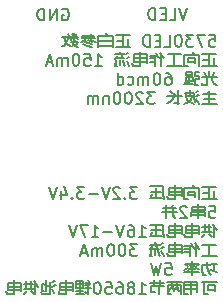
<source format=gbo>
%TF.GenerationSoftware,KiCad,Pcbnew,8.0.5*%
%TF.CreationDate,2024-10-02T17:58:01+08:00*%
%TF.ProjectId,LED_SMT_5730_5S2P_5W,4c45445f-534d-4545-9f35-3733305f3553,rev?*%
%TF.SameCoordinates,Original*%
%TF.FileFunction,Legend,Bot*%
%TF.FilePolarity,Positive*%
%FSLAX46Y46*%
G04 Gerber Fmt 4.6, Leading zero omitted, Abs format (unit mm)*
G04 Created by KiCad (PCBNEW 8.0.5) date 2024-10-02 17:58:01*
%MOMM*%
%LPD*%
G01*
G04 APERTURE LIST*
%ADD10C,0.150000*%
G04 APERTURE END LIST*
D10*
X95899411Y-88477438D02*
X95994649Y-88429819D01*
X95994649Y-88429819D02*
X96137506Y-88429819D01*
X96137506Y-88429819D02*
X96280363Y-88477438D01*
X96280363Y-88477438D02*
X96375601Y-88572676D01*
X96375601Y-88572676D02*
X96423220Y-88667914D01*
X96423220Y-88667914D02*
X96470839Y-88858390D01*
X96470839Y-88858390D02*
X96470839Y-89001247D01*
X96470839Y-89001247D02*
X96423220Y-89191723D01*
X96423220Y-89191723D02*
X96375601Y-89286961D01*
X96375601Y-89286961D02*
X96280363Y-89382200D01*
X96280363Y-89382200D02*
X96137506Y-89429819D01*
X96137506Y-89429819D02*
X96042268Y-89429819D01*
X96042268Y-89429819D02*
X95899411Y-89382200D01*
X95899411Y-89382200D02*
X95851792Y-89334580D01*
X95851792Y-89334580D02*
X95851792Y-89001247D01*
X95851792Y-89001247D02*
X96042268Y-89001247D01*
X95423220Y-89429819D02*
X95423220Y-88429819D01*
X95423220Y-88429819D02*
X94851792Y-89429819D01*
X94851792Y-89429819D02*
X94851792Y-88429819D01*
X94375601Y-89429819D02*
X94375601Y-88429819D01*
X94375601Y-88429819D02*
X94137506Y-88429819D01*
X94137506Y-88429819D02*
X93994649Y-88477438D01*
X93994649Y-88477438D02*
X93899411Y-88572676D01*
X93899411Y-88572676D02*
X93851792Y-88667914D01*
X93851792Y-88667914D02*
X93804173Y-88858390D01*
X93804173Y-88858390D02*
X93804173Y-89001247D01*
X93804173Y-89001247D02*
X93851792Y-89191723D01*
X93851792Y-89191723D02*
X93899411Y-89286961D01*
X93899411Y-89286961D02*
X93994649Y-89382200D01*
X93994649Y-89382200D02*
X94137506Y-89429819D01*
X94137506Y-89429819D02*
X94375601Y-89429819D01*
X108347030Y-90650547D02*
X108823220Y-90650547D01*
X108823220Y-90650547D02*
X108870839Y-91126737D01*
X108870839Y-91126737D02*
X108823220Y-91079118D01*
X108823220Y-91079118D02*
X108727982Y-91031499D01*
X108727982Y-91031499D02*
X108489887Y-91031499D01*
X108489887Y-91031499D02*
X108394649Y-91079118D01*
X108394649Y-91079118D02*
X108347030Y-91126737D01*
X108347030Y-91126737D02*
X108299411Y-91221975D01*
X108299411Y-91221975D02*
X108299411Y-91460070D01*
X108299411Y-91460070D02*
X108347030Y-91555308D01*
X108347030Y-91555308D02*
X108394649Y-91602928D01*
X108394649Y-91602928D02*
X108489887Y-91650547D01*
X108489887Y-91650547D02*
X108727982Y-91650547D01*
X108727982Y-91650547D02*
X108823220Y-91602928D01*
X108823220Y-91602928D02*
X108870839Y-91555308D01*
X107966077Y-90650547D02*
X107299411Y-90650547D01*
X107299411Y-90650547D02*
X107727982Y-91650547D01*
X107013696Y-90650547D02*
X106394649Y-90650547D01*
X106394649Y-90650547D02*
X106727982Y-91031499D01*
X106727982Y-91031499D02*
X106585125Y-91031499D01*
X106585125Y-91031499D02*
X106489887Y-91079118D01*
X106489887Y-91079118D02*
X106442268Y-91126737D01*
X106442268Y-91126737D02*
X106394649Y-91221975D01*
X106394649Y-91221975D02*
X106394649Y-91460070D01*
X106394649Y-91460070D02*
X106442268Y-91555308D01*
X106442268Y-91555308D02*
X106489887Y-91602928D01*
X106489887Y-91602928D02*
X106585125Y-91650547D01*
X106585125Y-91650547D02*
X106870839Y-91650547D01*
X106870839Y-91650547D02*
X106966077Y-91602928D01*
X106966077Y-91602928D02*
X107013696Y-91555308D01*
X105775601Y-90650547D02*
X105680363Y-90650547D01*
X105680363Y-90650547D02*
X105585125Y-90698166D01*
X105585125Y-90698166D02*
X105537506Y-90745785D01*
X105537506Y-90745785D02*
X105489887Y-90841023D01*
X105489887Y-90841023D02*
X105442268Y-91031499D01*
X105442268Y-91031499D02*
X105442268Y-91269594D01*
X105442268Y-91269594D02*
X105489887Y-91460070D01*
X105489887Y-91460070D02*
X105537506Y-91555308D01*
X105537506Y-91555308D02*
X105585125Y-91602928D01*
X105585125Y-91602928D02*
X105680363Y-91650547D01*
X105680363Y-91650547D02*
X105775601Y-91650547D01*
X105775601Y-91650547D02*
X105870839Y-91602928D01*
X105870839Y-91602928D02*
X105918458Y-91555308D01*
X105918458Y-91555308D02*
X105966077Y-91460070D01*
X105966077Y-91460070D02*
X106013696Y-91269594D01*
X106013696Y-91269594D02*
X106013696Y-91031499D01*
X106013696Y-91031499D02*
X105966077Y-90841023D01*
X105966077Y-90841023D02*
X105918458Y-90745785D01*
X105918458Y-90745785D02*
X105870839Y-90698166D01*
X105870839Y-90698166D02*
X105775601Y-90650547D01*
X104537506Y-91650547D02*
X105013696Y-91650547D01*
X105013696Y-91650547D02*
X105013696Y-90650547D01*
X104204172Y-91126737D02*
X103870839Y-91126737D01*
X103727982Y-91650547D02*
X104204172Y-91650547D01*
X104204172Y-91650547D02*
X104204172Y-90650547D01*
X104204172Y-90650547D02*
X103727982Y-90650547D01*
X103299410Y-91650547D02*
X103299410Y-90650547D01*
X103299410Y-90650547D02*
X103061315Y-90650547D01*
X103061315Y-90650547D02*
X102918458Y-90698166D01*
X102918458Y-90698166D02*
X102823220Y-90793404D01*
X102823220Y-90793404D02*
X102775601Y-90888642D01*
X102775601Y-90888642D02*
X102727982Y-91079118D01*
X102727982Y-91079118D02*
X102727982Y-91221975D01*
X102727982Y-91221975D02*
X102775601Y-91412451D01*
X102775601Y-91412451D02*
X102823220Y-91507689D01*
X102823220Y-91507689D02*
X102918458Y-91602928D01*
X102918458Y-91602928D02*
X103061315Y-91650547D01*
X103061315Y-91650547D02*
X103299410Y-91650547D01*
X101632743Y-90650547D02*
X100489886Y-90650547D01*
X101013696Y-91126737D02*
X100537505Y-91126737D01*
X101680362Y-91650547D02*
X100442267Y-91650547D01*
X101442267Y-90983880D02*
X101442267Y-91650547D01*
X101013696Y-90650547D02*
X101013696Y-91650547D01*
X100204172Y-91174356D02*
X98966077Y-91174356D01*
X100204172Y-91555308D02*
X98966077Y-91555308D01*
X100204172Y-90745785D02*
X100204172Y-91650547D01*
X100204172Y-90745785D02*
X98966077Y-90745785D01*
X98966077Y-90745785D02*
X98966077Y-91650547D01*
X99632744Y-90507689D02*
X99727982Y-90745785D01*
X98632744Y-90745785D02*
X97632744Y-90745785D01*
X98680363Y-90936261D02*
X97537506Y-90936261D01*
X97727982Y-90650547D02*
X97585125Y-90841023D01*
X98299411Y-90602928D02*
X98442268Y-90745785D01*
X97918459Y-90936261D02*
X97727982Y-91126737D01*
X97727982Y-91126737D02*
X97489887Y-91221975D01*
X98204173Y-90841023D02*
X98442268Y-91126737D01*
X98442268Y-91126737D02*
X98727982Y-91221975D01*
X98061316Y-91079118D02*
X98394649Y-91221975D01*
X97870840Y-91221975D02*
X98108935Y-91364832D01*
X98108935Y-91364832D02*
X98394649Y-91412451D01*
X97680363Y-91412451D02*
X98013697Y-91555308D01*
X98013697Y-91555308D02*
X98442268Y-91650547D01*
X97251792Y-90793404D02*
X96632745Y-90793404D01*
X97251792Y-91221975D02*
X96632745Y-91221975D01*
X96918459Y-90507689D02*
X96918459Y-91079118D01*
X97156554Y-90555308D02*
X97108935Y-90698166D01*
X96918459Y-90793404D02*
X97204173Y-91031499D01*
X96727983Y-90555308D02*
X96775602Y-90698166D01*
X96918459Y-90841023D02*
X96680364Y-90983880D01*
X97156554Y-91412451D02*
X96727983Y-91602928D01*
X97013697Y-91079118D02*
X97156554Y-91460070D01*
X96442269Y-90650547D02*
X96632745Y-91079118D01*
X96775602Y-91221975D02*
X96823221Y-91460070D01*
X96823221Y-91460070D02*
X96966078Y-91555308D01*
X96966078Y-91555308D02*
X97204173Y-91650547D01*
X96489888Y-90793404D02*
X95918459Y-90793404D01*
X96394650Y-90555308D02*
X96632745Y-91031499D01*
X96489888Y-90793404D02*
X96251792Y-91317213D01*
X96251792Y-91317213D02*
X96061316Y-91555308D01*
X96061316Y-91555308D02*
X95870840Y-91602928D01*
X96061316Y-90793404D02*
X96204173Y-91317213D01*
X96204173Y-91317213D02*
X96394650Y-91507689D01*
X96394650Y-91507689D02*
X96632745Y-91602928D01*
X108918458Y-92260491D02*
X107775601Y-92260491D01*
X108299411Y-92736681D02*
X107823220Y-92736681D01*
X108966077Y-93260491D02*
X107727982Y-93260491D01*
X108727982Y-92593824D02*
X108727982Y-93260491D01*
X108299411Y-92260491D02*
X108299411Y-93260491D01*
X107156554Y-92974776D02*
X106585126Y-92974776D01*
X106585126Y-93260491D02*
X106251792Y-93260491D01*
X107489887Y-92355729D02*
X107489887Y-93260491D01*
X107156554Y-92641443D02*
X107156554Y-93070014D01*
X107156554Y-92641443D02*
X106585126Y-92641443D01*
X106585126Y-92641443D02*
X106585126Y-92974776D01*
X107489887Y-92355729D02*
X106251792Y-92355729D01*
X106251792Y-92355729D02*
X106251792Y-93260491D01*
X106966078Y-92117633D02*
X107061316Y-92355729D01*
X105966078Y-92308110D02*
X104823221Y-92308110D01*
X106013697Y-93260491D02*
X104775602Y-93260491D01*
X105394650Y-92308110D02*
X105394650Y-93260491D01*
X103966079Y-92403348D02*
X103299412Y-92403348D01*
X103775603Y-92641443D02*
X103299412Y-92641443D01*
X103775603Y-92927157D02*
X103299412Y-92927157D01*
X104299412Y-92355729D02*
X104299412Y-93260491D01*
X103775603Y-92355729D02*
X103775603Y-93260491D01*
X104204174Y-92165252D02*
X104347031Y-92450967D01*
X104347031Y-92450967D02*
X104537507Y-92641443D01*
X103870841Y-92165252D02*
X104013698Y-92498586D01*
X104013698Y-92498586D02*
X104156555Y-92641443D01*
X103061317Y-92641443D02*
X101966079Y-92641443D01*
X103061317Y-92927157D02*
X101966079Y-92927157D01*
X102489889Y-93260491D02*
X101870841Y-93260491D01*
X103061317Y-92308110D02*
X103061317Y-93022395D01*
X102489889Y-92117633D02*
X102489889Y-93260491D01*
X103061317Y-92308110D02*
X101966079Y-92308110D01*
X101966079Y-92308110D02*
X101966079Y-92927157D01*
X101823222Y-93022395D02*
X101870841Y-93260491D01*
X101204175Y-92308110D02*
X100347032Y-92308110D01*
X101156556Y-92641443D02*
X100442270Y-92641443D01*
X100537508Y-93260491D02*
X100347032Y-93260491D01*
X100823223Y-92736681D02*
X100823223Y-93212872D01*
X100489889Y-92736681D02*
X100489889Y-93260491D01*
X100347032Y-93070014D02*
X100347032Y-93260491D01*
X100632746Y-92450967D02*
X100394651Y-92689062D01*
X101489889Y-92165252D02*
X101299413Y-92260491D01*
X101585127Y-92498586D02*
X101347032Y-92593824D01*
X101347032Y-92831919D02*
X101537508Y-93260491D01*
X100823223Y-92117633D02*
X100870842Y-92308110D01*
X100870842Y-92308110D02*
X101013699Y-92593824D01*
X101061318Y-92784300D02*
X101156556Y-93165252D01*
X101156556Y-93165252D02*
X101251794Y-93260491D01*
X98680366Y-93260491D02*
X99251794Y-93260491D01*
X98966080Y-93260491D02*
X98966080Y-92260491D01*
X98966080Y-92260491D02*
X99061318Y-92403348D01*
X99061318Y-92403348D02*
X99156556Y-92498586D01*
X99156556Y-92498586D02*
X99251794Y-92546205D01*
X97775604Y-92260491D02*
X98251794Y-92260491D01*
X98251794Y-92260491D02*
X98299413Y-92736681D01*
X98299413Y-92736681D02*
X98251794Y-92689062D01*
X98251794Y-92689062D02*
X98156556Y-92641443D01*
X98156556Y-92641443D02*
X97918461Y-92641443D01*
X97918461Y-92641443D02*
X97823223Y-92689062D01*
X97823223Y-92689062D02*
X97775604Y-92736681D01*
X97775604Y-92736681D02*
X97727985Y-92831919D01*
X97727985Y-92831919D02*
X97727985Y-93070014D01*
X97727985Y-93070014D02*
X97775604Y-93165252D01*
X97775604Y-93165252D02*
X97823223Y-93212872D01*
X97823223Y-93212872D02*
X97918461Y-93260491D01*
X97918461Y-93260491D02*
X98156556Y-93260491D01*
X98156556Y-93260491D02*
X98251794Y-93212872D01*
X98251794Y-93212872D02*
X98299413Y-93165252D01*
X97108937Y-92260491D02*
X97013699Y-92260491D01*
X97013699Y-92260491D02*
X96918461Y-92308110D01*
X96918461Y-92308110D02*
X96870842Y-92355729D01*
X96870842Y-92355729D02*
X96823223Y-92450967D01*
X96823223Y-92450967D02*
X96775604Y-92641443D01*
X96775604Y-92641443D02*
X96775604Y-92879538D01*
X96775604Y-92879538D02*
X96823223Y-93070014D01*
X96823223Y-93070014D02*
X96870842Y-93165252D01*
X96870842Y-93165252D02*
X96918461Y-93212872D01*
X96918461Y-93212872D02*
X97013699Y-93260491D01*
X97013699Y-93260491D02*
X97108937Y-93260491D01*
X97108937Y-93260491D02*
X97204175Y-93212872D01*
X97204175Y-93212872D02*
X97251794Y-93165252D01*
X97251794Y-93165252D02*
X97299413Y-93070014D01*
X97299413Y-93070014D02*
X97347032Y-92879538D01*
X97347032Y-92879538D02*
X97347032Y-92641443D01*
X97347032Y-92641443D02*
X97299413Y-92450967D01*
X97299413Y-92450967D02*
X97251794Y-92355729D01*
X97251794Y-92355729D02*
X97204175Y-92308110D01*
X97204175Y-92308110D02*
X97108937Y-92260491D01*
X96347032Y-93260491D02*
X96347032Y-92593824D01*
X96347032Y-92689062D02*
X96299413Y-92641443D01*
X96299413Y-92641443D02*
X96204175Y-92593824D01*
X96204175Y-92593824D02*
X96061318Y-92593824D01*
X96061318Y-92593824D02*
X95966080Y-92641443D01*
X95966080Y-92641443D02*
X95918461Y-92736681D01*
X95918461Y-92736681D02*
X95918461Y-93260491D01*
X95918461Y-92736681D02*
X95870842Y-92641443D01*
X95870842Y-92641443D02*
X95775604Y-92593824D01*
X95775604Y-92593824D02*
X95632747Y-92593824D01*
X95632747Y-92593824D02*
X95537508Y-92641443D01*
X95537508Y-92641443D02*
X95489889Y-92736681D01*
X95489889Y-92736681D02*
X95489889Y-93260491D01*
X95061318Y-92974776D02*
X94585128Y-92974776D01*
X95156556Y-93260491D02*
X94823223Y-92260491D01*
X94823223Y-92260491D02*
X94489890Y-93260491D01*
X108966077Y-94251387D02*
X107727982Y-94251387D01*
X108156554Y-94870435D02*
X107775601Y-94870435D01*
X108347030Y-93727577D02*
X108347030Y-94251387D01*
X108156554Y-94251387D02*
X108156554Y-94870435D01*
X107727982Y-94679958D02*
X107775601Y-94870435D01*
X108775601Y-93822816D02*
X108632744Y-94108530D01*
X107918458Y-93775196D02*
X108061316Y-94108530D01*
X108537506Y-94251387D02*
X108632744Y-94632339D01*
X108632744Y-94632339D02*
X108775601Y-94775196D01*
X108775601Y-94775196D02*
X108966077Y-94870435D01*
X106918459Y-94060911D02*
X106347030Y-94060911D01*
X107442268Y-94156149D02*
X107108935Y-94156149D01*
X106966078Y-94537101D02*
X106347030Y-94537101D01*
X106727983Y-94822816D02*
X106299411Y-94822816D01*
X106870840Y-94822816D02*
X106489887Y-94822816D01*
X107013697Y-94822816D02*
X106585126Y-94822816D01*
X107394649Y-94870435D02*
X107156554Y-94870435D01*
X107489887Y-93822816D02*
X107108935Y-93822816D01*
X107108935Y-93822816D02*
X107108935Y-94108530D01*
X106966078Y-94251387D02*
X106966078Y-94537101D01*
X106918459Y-93822816D02*
X106918459Y-94060911D01*
X106632745Y-94060911D02*
X106632745Y-94822816D01*
X106918459Y-93822816D02*
X106347030Y-93822816D01*
X106347030Y-93822816D02*
X106347030Y-94060911D01*
X106966078Y-94251387D02*
X106347030Y-94251387D01*
X106347030Y-94251387D02*
X106347030Y-94537101D01*
X106442268Y-94632339D02*
X106251792Y-94822816D01*
X107442268Y-94108530D02*
X107489887Y-94394244D01*
X107489887Y-94394244D02*
X107108935Y-94394244D01*
X107108935Y-94394244D02*
X107156554Y-94870435D01*
X104680364Y-93870435D02*
X104870840Y-93870435D01*
X104870840Y-93870435D02*
X104966078Y-93918054D01*
X104966078Y-93918054D02*
X105013697Y-93965673D01*
X105013697Y-93965673D02*
X105108935Y-94108530D01*
X105108935Y-94108530D02*
X105156554Y-94299006D01*
X105156554Y-94299006D02*
X105156554Y-94679958D01*
X105156554Y-94679958D02*
X105108935Y-94775196D01*
X105108935Y-94775196D02*
X105061316Y-94822816D01*
X105061316Y-94822816D02*
X104966078Y-94870435D01*
X104966078Y-94870435D02*
X104775602Y-94870435D01*
X104775602Y-94870435D02*
X104680364Y-94822816D01*
X104680364Y-94822816D02*
X104632745Y-94775196D01*
X104632745Y-94775196D02*
X104585126Y-94679958D01*
X104585126Y-94679958D02*
X104585126Y-94441863D01*
X104585126Y-94441863D02*
X104632745Y-94346625D01*
X104632745Y-94346625D02*
X104680364Y-94299006D01*
X104680364Y-94299006D02*
X104775602Y-94251387D01*
X104775602Y-94251387D02*
X104966078Y-94251387D01*
X104966078Y-94251387D02*
X105061316Y-94299006D01*
X105061316Y-94299006D02*
X105108935Y-94346625D01*
X105108935Y-94346625D02*
X105156554Y-94441863D01*
X103966078Y-93870435D02*
X103870840Y-93870435D01*
X103870840Y-93870435D02*
X103775602Y-93918054D01*
X103775602Y-93918054D02*
X103727983Y-93965673D01*
X103727983Y-93965673D02*
X103680364Y-94060911D01*
X103680364Y-94060911D02*
X103632745Y-94251387D01*
X103632745Y-94251387D02*
X103632745Y-94489482D01*
X103632745Y-94489482D02*
X103680364Y-94679958D01*
X103680364Y-94679958D02*
X103727983Y-94775196D01*
X103727983Y-94775196D02*
X103775602Y-94822816D01*
X103775602Y-94822816D02*
X103870840Y-94870435D01*
X103870840Y-94870435D02*
X103966078Y-94870435D01*
X103966078Y-94870435D02*
X104061316Y-94822816D01*
X104061316Y-94822816D02*
X104108935Y-94775196D01*
X104108935Y-94775196D02*
X104156554Y-94679958D01*
X104156554Y-94679958D02*
X104204173Y-94489482D01*
X104204173Y-94489482D02*
X104204173Y-94251387D01*
X104204173Y-94251387D02*
X104156554Y-94060911D01*
X104156554Y-94060911D02*
X104108935Y-93965673D01*
X104108935Y-93965673D02*
X104061316Y-93918054D01*
X104061316Y-93918054D02*
X103966078Y-93870435D01*
X103204173Y-94870435D02*
X103204173Y-94203768D01*
X103204173Y-94299006D02*
X103156554Y-94251387D01*
X103156554Y-94251387D02*
X103061316Y-94203768D01*
X103061316Y-94203768D02*
X102918459Y-94203768D01*
X102918459Y-94203768D02*
X102823221Y-94251387D01*
X102823221Y-94251387D02*
X102775602Y-94346625D01*
X102775602Y-94346625D02*
X102775602Y-94870435D01*
X102775602Y-94346625D02*
X102727983Y-94251387D01*
X102727983Y-94251387D02*
X102632745Y-94203768D01*
X102632745Y-94203768D02*
X102489888Y-94203768D01*
X102489888Y-94203768D02*
X102394649Y-94251387D01*
X102394649Y-94251387D02*
X102347030Y-94346625D01*
X102347030Y-94346625D02*
X102347030Y-94870435D01*
X101442269Y-94822816D02*
X101537507Y-94870435D01*
X101537507Y-94870435D02*
X101727983Y-94870435D01*
X101727983Y-94870435D02*
X101823221Y-94822816D01*
X101823221Y-94822816D02*
X101870840Y-94775196D01*
X101870840Y-94775196D02*
X101918459Y-94679958D01*
X101918459Y-94679958D02*
X101918459Y-94394244D01*
X101918459Y-94394244D02*
X101870840Y-94299006D01*
X101870840Y-94299006D02*
X101823221Y-94251387D01*
X101823221Y-94251387D02*
X101727983Y-94203768D01*
X101727983Y-94203768D02*
X101537507Y-94203768D01*
X101537507Y-94203768D02*
X101442269Y-94251387D01*
X100585126Y-94870435D02*
X100585126Y-93870435D01*
X100585126Y-94822816D02*
X100680364Y-94870435D01*
X100680364Y-94870435D02*
X100870840Y-94870435D01*
X100870840Y-94870435D02*
X100966078Y-94822816D01*
X100966078Y-94822816D02*
X101013697Y-94775196D01*
X101013697Y-94775196D02*
X101061316Y-94679958D01*
X101061316Y-94679958D02*
X101061316Y-94394244D01*
X101061316Y-94394244D02*
X101013697Y-94299006D01*
X101013697Y-94299006D02*
X100966078Y-94251387D01*
X100966078Y-94251387D02*
X100870840Y-94203768D01*
X100870840Y-94203768D02*
X100680364Y-94203768D01*
X100680364Y-94203768D02*
X100585126Y-94251387D01*
X108918458Y-95623236D02*
X107823220Y-95623236D01*
X108823220Y-96051807D02*
X107870839Y-96051807D01*
X108966077Y-96480379D02*
X107727982Y-96480379D01*
X108347030Y-95623236D02*
X108347030Y-96480379D01*
X108442268Y-95385140D02*
X108251792Y-95575617D01*
X106680364Y-95337521D02*
X106680364Y-95861331D01*
X107394649Y-95385140D02*
X107204173Y-95480379D01*
X107489887Y-95718474D02*
X107251792Y-95813712D01*
X106918459Y-95861331D02*
X106823221Y-96147045D01*
X106823221Y-96147045D02*
X106632745Y-96337521D01*
X106632745Y-96337521D02*
X106251792Y-96480379D01*
X107061316Y-95575617D02*
X106299411Y-95575617D01*
X106299411Y-95575617D02*
X106394649Y-95766093D01*
X107251792Y-96051807D02*
X107442268Y-96480379D01*
X107061316Y-95861331D02*
X106394649Y-95861331D01*
X106394649Y-95861331D02*
X106489887Y-96147045D01*
X106489887Y-96147045D02*
X106727983Y-96337521D01*
X106727983Y-96337521D02*
X107061316Y-96480379D01*
X107061316Y-95575617D02*
X107061316Y-96004188D01*
X107061316Y-96004188D02*
X107108935Y-96337521D01*
X106013697Y-95861331D02*
X104775602Y-95861331D01*
X105727983Y-95337521D02*
X105727983Y-96480379D01*
X105394650Y-95861331D02*
X105299412Y-96099426D01*
X105299412Y-96099426D02*
X105061316Y-96337521D01*
X105061316Y-96337521D02*
X104775602Y-96432760D01*
X105013697Y-95385140D02*
X105204174Y-95575617D01*
X105204174Y-95575617D02*
X105537507Y-95718474D01*
X105347031Y-96385140D02*
X105775602Y-96432760D01*
X103727983Y-95480379D02*
X103108936Y-95480379D01*
X103108936Y-95480379D02*
X103442269Y-95861331D01*
X103442269Y-95861331D02*
X103299412Y-95861331D01*
X103299412Y-95861331D02*
X103204174Y-95908950D01*
X103204174Y-95908950D02*
X103156555Y-95956569D01*
X103156555Y-95956569D02*
X103108936Y-96051807D01*
X103108936Y-96051807D02*
X103108936Y-96289902D01*
X103108936Y-96289902D02*
X103156555Y-96385140D01*
X103156555Y-96385140D02*
X103204174Y-96432760D01*
X103204174Y-96432760D02*
X103299412Y-96480379D01*
X103299412Y-96480379D02*
X103585126Y-96480379D01*
X103585126Y-96480379D02*
X103680364Y-96432760D01*
X103680364Y-96432760D02*
X103727983Y-96385140D01*
X102727983Y-95575617D02*
X102680364Y-95527998D01*
X102680364Y-95527998D02*
X102585126Y-95480379D01*
X102585126Y-95480379D02*
X102347031Y-95480379D01*
X102347031Y-95480379D02*
X102251793Y-95527998D01*
X102251793Y-95527998D02*
X102204174Y-95575617D01*
X102204174Y-95575617D02*
X102156555Y-95670855D01*
X102156555Y-95670855D02*
X102156555Y-95766093D01*
X102156555Y-95766093D02*
X102204174Y-95908950D01*
X102204174Y-95908950D02*
X102775602Y-96480379D01*
X102775602Y-96480379D02*
X102156555Y-96480379D01*
X101537507Y-95480379D02*
X101442269Y-95480379D01*
X101442269Y-95480379D02*
X101347031Y-95527998D01*
X101347031Y-95527998D02*
X101299412Y-95575617D01*
X101299412Y-95575617D02*
X101251793Y-95670855D01*
X101251793Y-95670855D02*
X101204174Y-95861331D01*
X101204174Y-95861331D02*
X101204174Y-96099426D01*
X101204174Y-96099426D02*
X101251793Y-96289902D01*
X101251793Y-96289902D02*
X101299412Y-96385140D01*
X101299412Y-96385140D02*
X101347031Y-96432760D01*
X101347031Y-96432760D02*
X101442269Y-96480379D01*
X101442269Y-96480379D02*
X101537507Y-96480379D01*
X101537507Y-96480379D02*
X101632745Y-96432760D01*
X101632745Y-96432760D02*
X101680364Y-96385140D01*
X101680364Y-96385140D02*
X101727983Y-96289902D01*
X101727983Y-96289902D02*
X101775602Y-96099426D01*
X101775602Y-96099426D02*
X101775602Y-95861331D01*
X101775602Y-95861331D02*
X101727983Y-95670855D01*
X101727983Y-95670855D02*
X101680364Y-95575617D01*
X101680364Y-95575617D02*
X101632745Y-95527998D01*
X101632745Y-95527998D02*
X101537507Y-95480379D01*
X100585126Y-95480379D02*
X100489888Y-95480379D01*
X100489888Y-95480379D02*
X100394650Y-95527998D01*
X100394650Y-95527998D02*
X100347031Y-95575617D01*
X100347031Y-95575617D02*
X100299412Y-95670855D01*
X100299412Y-95670855D02*
X100251793Y-95861331D01*
X100251793Y-95861331D02*
X100251793Y-96099426D01*
X100251793Y-96099426D02*
X100299412Y-96289902D01*
X100299412Y-96289902D02*
X100347031Y-96385140D01*
X100347031Y-96385140D02*
X100394650Y-96432760D01*
X100394650Y-96432760D02*
X100489888Y-96480379D01*
X100489888Y-96480379D02*
X100585126Y-96480379D01*
X100585126Y-96480379D02*
X100680364Y-96432760D01*
X100680364Y-96432760D02*
X100727983Y-96385140D01*
X100727983Y-96385140D02*
X100775602Y-96289902D01*
X100775602Y-96289902D02*
X100823221Y-96099426D01*
X100823221Y-96099426D02*
X100823221Y-95861331D01*
X100823221Y-95861331D02*
X100775602Y-95670855D01*
X100775602Y-95670855D02*
X100727983Y-95575617D01*
X100727983Y-95575617D02*
X100680364Y-95527998D01*
X100680364Y-95527998D02*
X100585126Y-95480379D01*
X99823221Y-95813712D02*
X99823221Y-96480379D01*
X99823221Y-95908950D02*
X99775602Y-95861331D01*
X99775602Y-95861331D02*
X99680364Y-95813712D01*
X99680364Y-95813712D02*
X99537507Y-95813712D01*
X99537507Y-95813712D02*
X99442269Y-95861331D01*
X99442269Y-95861331D02*
X99394650Y-95956569D01*
X99394650Y-95956569D02*
X99394650Y-96480379D01*
X98918459Y-96480379D02*
X98918459Y-95813712D01*
X98918459Y-95908950D02*
X98870840Y-95861331D01*
X98870840Y-95861331D02*
X98775602Y-95813712D01*
X98775602Y-95813712D02*
X98632745Y-95813712D01*
X98632745Y-95813712D02*
X98537507Y-95861331D01*
X98537507Y-95861331D02*
X98489888Y-95956569D01*
X98489888Y-95956569D02*
X98489888Y-96480379D01*
X98489888Y-95956569D02*
X98442269Y-95861331D01*
X98442269Y-95861331D02*
X98347031Y-95813712D01*
X98347031Y-95813712D02*
X98204174Y-95813712D01*
X98204174Y-95813712D02*
X98108935Y-95861331D01*
X98108935Y-95861331D02*
X98061316Y-95956569D01*
X98061316Y-95956569D02*
X98061316Y-96480379D01*
X108918458Y-103530099D02*
X107775601Y-103530099D01*
X108299411Y-104006289D02*
X107823220Y-104006289D01*
X108966077Y-104530099D02*
X107727982Y-104530099D01*
X108727982Y-103863432D02*
X108727982Y-104530099D01*
X108299411Y-103530099D02*
X108299411Y-104530099D01*
X107156554Y-104244384D02*
X106585126Y-104244384D01*
X106585126Y-104530099D02*
X106251792Y-104530099D01*
X107489887Y-103625337D02*
X107489887Y-104530099D01*
X107156554Y-103911051D02*
X107156554Y-104339622D01*
X107156554Y-103911051D02*
X106585126Y-103911051D01*
X106585126Y-103911051D02*
X106585126Y-104244384D01*
X107489887Y-103625337D02*
X106251792Y-103625337D01*
X106251792Y-103625337D02*
X106251792Y-104530099D01*
X106966078Y-103387241D02*
X107061316Y-103625337D01*
X106013697Y-103911051D02*
X104918459Y-103911051D01*
X106013697Y-104196765D02*
X104918459Y-104196765D01*
X105442269Y-104530099D02*
X104823221Y-104530099D01*
X106013697Y-103577718D02*
X106013697Y-104292003D01*
X105442269Y-103387241D02*
X105442269Y-104530099D01*
X106013697Y-103577718D02*
X104918459Y-103577718D01*
X104918459Y-103577718D02*
X104918459Y-104196765D01*
X104775602Y-104292003D02*
X104823221Y-104530099D01*
X104442269Y-103482480D02*
X103299412Y-103482480D01*
X104251793Y-103911051D02*
X103394650Y-103911051D01*
X104347031Y-104482480D02*
X103299412Y-104482480D01*
X103823222Y-103625337D02*
X103823222Y-104482480D01*
X103585126Y-104101527D02*
X103442269Y-104292003D01*
X104442269Y-103482480D02*
X104442269Y-104101527D01*
X104442269Y-104101527D02*
X104489888Y-104530099D01*
X102251793Y-103530099D02*
X101632746Y-103530099D01*
X101632746Y-103530099D02*
X101966079Y-103911051D01*
X101966079Y-103911051D02*
X101823222Y-103911051D01*
X101823222Y-103911051D02*
X101727984Y-103958670D01*
X101727984Y-103958670D02*
X101680365Y-104006289D01*
X101680365Y-104006289D02*
X101632746Y-104101527D01*
X101632746Y-104101527D02*
X101632746Y-104339622D01*
X101632746Y-104339622D02*
X101680365Y-104434860D01*
X101680365Y-104434860D02*
X101727984Y-104482480D01*
X101727984Y-104482480D02*
X101823222Y-104530099D01*
X101823222Y-104530099D02*
X102108936Y-104530099D01*
X102108936Y-104530099D02*
X102204174Y-104482480D01*
X102204174Y-104482480D02*
X102251793Y-104434860D01*
X101204174Y-104434860D02*
X101156555Y-104482480D01*
X101156555Y-104482480D02*
X101204174Y-104530099D01*
X101204174Y-104530099D02*
X101251793Y-104482480D01*
X101251793Y-104482480D02*
X101204174Y-104434860D01*
X101204174Y-104434860D02*
X101204174Y-104530099D01*
X100775603Y-103625337D02*
X100727984Y-103577718D01*
X100727984Y-103577718D02*
X100632746Y-103530099D01*
X100632746Y-103530099D02*
X100394651Y-103530099D01*
X100394651Y-103530099D02*
X100299413Y-103577718D01*
X100299413Y-103577718D02*
X100251794Y-103625337D01*
X100251794Y-103625337D02*
X100204175Y-103720575D01*
X100204175Y-103720575D02*
X100204175Y-103815813D01*
X100204175Y-103815813D02*
X100251794Y-103958670D01*
X100251794Y-103958670D02*
X100823222Y-104530099D01*
X100823222Y-104530099D02*
X100204175Y-104530099D01*
X99918460Y-103530099D02*
X99585127Y-104530099D01*
X99585127Y-104530099D02*
X99251794Y-103530099D01*
X98918460Y-104149146D02*
X98156556Y-104149146D01*
X97775603Y-103530099D02*
X97156556Y-103530099D01*
X97156556Y-103530099D02*
X97489889Y-103911051D01*
X97489889Y-103911051D02*
X97347032Y-103911051D01*
X97347032Y-103911051D02*
X97251794Y-103958670D01*
X97251794Y-103958670D02*
X97204175Y-104006289D01*
X97204175Y-104006289D02*
X97156556Y-104101527D01*
X97156556Y-104101527D02*
X97156556Y-104339622D01*
X97156556Y-104339622D02*
X97204175Y-104434860D01*
X97204175Y-104434860D02*
X97251794Y-104482480D01*
X97251794Y-104482480D02*
X97347032Y-104530099D01*
X97347032Y-104530099D02*
X97632746Y-104530099D01*
X97632746Y-104530099D02*
X97727984Y-104482480D01*
X97727984Y-104482480D02*
X97775603Y-104434860D01*
X96727984Y-104434860D02*
X96680365Y-104482480D01*
X96680365Y-104482480D02*
X96727984Y-104530099D01*
X96727984Y-104530099D02*
X96775603Y-104482480D01*
X96775603Y-104482480D02*
X96727984Y-104434860D01*
X96727984Y-104434860D02*
X96727984Y-104530099D01*
X95823223Y-103863432D02*
X95823223Y-104530099D01*
X96061318Y-103482480D02*
X96299413Y-104196765D01*
X96299413Y-104196765D02*
X95680366Y-104196765D01*
X95442270Y-103530099D02*
X95108937Y-104530099D01*
X95108937Y-104530099D02*
X94775604Y-103530099D01*
X108347030Y-105140043D02*
X108823220Y-105140043D01*
X108823220Y-105140043D02*
X108870839Y-105616233D01*
X108870839Y-105616233D02*
X108823220Y-105568614D01*
X108823220Y-105568614D02*
X108727982Y-105520995D01*
X108727982Y-105520995D02*
X108489887Y-105520995D01*
X108489887Y-105520995D02*
X108394649Y-105568614D01*
X108394649Y-105568614D02*
X108347030Y-105616233D01*
X108347030Y-105616233D02*
X108299411Y-105711471D01*
X108299411Y-105711471D02*
X108299411Y-105949566D01*
X108299411Y-105949566D02*
X108347030Y-106044804D01*
X108347030Y-106044804D02*
X108394649Y-106092424D01*
X108394649Y-106092424D02*
X108489887Y-106140043D01*
X108489887Y-106140043D02*
X108727982Y-106140043D01*
X108727982Y-106140043D02*
X108823220Y-106092424D01*
X108823220Y-106092424D02*
X108870839Y-106044804D01*
X107966077Y-105473376D02*
X106870839Y-105473376D01*
X108013696Y-105901947D02*
X106775601Y-105901947D01*
X108013696Y-105616233D02*
X108013696Y-105997185D01*
X107966077Y-105187662D02*
X107966077Y-105425757D01*
X107394649Y-104997185D02*
X107394649Y-106140043D01*
X107966077Y-105187662D02*
X106870839Y-105187662D01*
X106870839Y-105187662D02*
X106870839Y-105425757D01*
X108013696Y-105616233D02*
X106775601Y-105616233D01*
X106775601Y-105616233D02*
X106775601Y-105949566D01*
X106442268Y-105235281D02*
X106394649Y-105187662D01*
X106394649Y-105187662D02*
X106299411Y-105140043D01*
X106299411Y-105140043D02*
X106061316Y-105140043D01*
X106061316Y-105140043D02*
X105966078Y-105187662D01*
X105966078Y-105187662D02*
X105918459Y-105235281D01*
X105918459Y-105235281D02*
X105870840Y-105330519D01*
X105870840Y-105330519D02*
X105870840Y-105425757D01*
X105870840Y-105425757D02*
X105918459Y-105568614D01*
X105918459Y-105568614D02*
X106489887Y-106140043D01*
X106489887Y-106140043D02*
X105870840Y-106140043D01*
X105537506Y-105282900D02*
X104394649Y-105282900D01*
X105585125Y-105663852D02*
X104347030Y-105663852D01*
X104680364Y-105282900D02*
X104680364Y-106140043D01*
X105251792Y-105044804D02*
X105204173Y-105235281D01*
X105299411Y-105901947D02*
X105489887Y-106140043D01*
X104680364Y-105044804D02*
X104727983Y-105187662D01*
X105251792Y-105282900D02*
X105251792Y-105663852D01*
X105251792Y-105663852D02*
X105299411Y-105949566D01*
X108537506Y-106940463D02*
X107727982Y-106940463D01*
X108585125Y-107369034D02*
X107727982Y-107369034D01*
X108727982Y-106845225D02*
X108727982Y-107749987D01*
X108347030Y-106654748D02*
X108347030Y-107321415D01*
X107966077Y-106654748D02*
X107966077Y-107321415D01*
X108013696Y-107511891D02*
X107727982Y-107749987D01*
X108347030Y-107511891D02*
X108585125Y-107749987D01*
X108632744Y-106654748D02*
X108775601Y-106940463D01*
X108775601Y-106940463D02*
X108966077Y-107130939D01*
X107489887Y-107130939D02*
X106394649Y-107130939D01*
X107489887Y-107416653D02*
X106394649Y-107416653D01*
X106918459Y-107749987D02*
X106299411Y-107749987D01*
X107489887Y-106797606D02*
X107489887Y-107511891D01*
X106918459Y-106607129D02*
X106918459Y-107749987D01*
X107489887Y-106797606D02*
X106394649Y-106797606D01*
X106394649Y-106797606D02*
X106394649Y-107416653D01*
X106251792Y-107511891D02*
X106299411Y-107749987D01*
X106013697Y-107130939D02*
X104918459Y-107130939D01*
X106013697Y-107416653D02*
X104918459Y-107416653D01*
X105442269Y-107749987D02*
X104823221Y-107749987D01*
X106013697Y-106797606D02*
X106013697Y-107511891D01*
X105442269Y-106607129D02*
X105442269Y-107749987D01*
X106013697Y-106797606D02*
X104918459Y-106797606D01*
X104918459Y-106797606D02*
X104918459Y-107416653D01*
X104775602Y-107511891D02*
X104823221Y-107749987D01*
X104442269Y-106702368D02*
X103299412Y-106702368D01*
X104251793Y-107130939D02*
X103394650Y-107130939D01*
X104347031Y-107702368D02*
X103299412Y-107702368D01*
X103823222Y-106845225D02*
X103823222Y-107702368D01*
X103585126Y-107321415D02*
X103442269Y-107511891D01*
X104442269Y-106702368D02*
X104442269Y-107321415D01*
X104442269Y-107321415D02*
X104489888Y-107749987D01*
X102394651Y-107749987D02*
X102966079Y-107749987D01*
X102680365Y-107749987D02*
X102680365Y-106749987D01*
X102680365Y-106749987D02*
X102775603Y-106892844D01*
X102775603Y-106892844D02*
X102870841Y-106988082D01*
X102870841Y-106988082D02*
X102966079Y-107035701D01*
X101537508Y-106749987D02*
X101727984Y-106749987D01*
X101727984Y-106749987D02*
X101823222Y-106797606D01*
X101823222Y-106797606D02*
X101870841Y-106845225D01*
X101870841Y-106845225D02*
X101966079Y-106988082D01*
X101966079Y-106988082D02*
X102013698Y-107178558D01*
X102013698Y-107178558D02*
X102013698Y-107559510D01*
X102013698Y-107559510D02*
X101966079Y-107654748D01*
X101966079Y-107654748D02*
X101918460Y-107702368D01*
X101918460Y-107702368D02*
X101823222Y-107749987D01*
X101823222Y-107749987D02*
X101632746Y-107749987D01*
X101632746Y-107749987D02*
X101537508Y-107702368D01*
X101537508Y-107702368D02*
X101489889Y-107654748D01*
X101489889Y-107654748D02*
X101442270Y-107559510D01*
X101442270Y-107559510D02*
X101442270Y-107321415D01*
X101442270Y-107321415D02*
X101489889Y-107226177D01*
X101489889Y-107226177D02*
X101537508Y-107178558D01*
X101537508Y-107178558D02*
X101632746Y-107130939D01*
X101632746Y-107130939D02*
X101823222Y-107130939D01*
X101823222Y-107130939D02*
X101918460Y-107178558D01*
X101918460Y-107178558D02*
X101966079Y-107226177D01*
X101966079Y-107226177D02*
X102013698Y-107321415D01*
X101156555Y-106749987D02*
X100823222Y-107749987D01*
X100823222Y-107749987D02*
X100489889Y-106749987D01*
X100156555Y-107369034D02*
X99394651Y-107369034D01*
X98394651Y-107749987D02*
X98966079Y-107749987D01*
X98680365Y-107749987D02*
X98680365Y-106749987D01*
X98680365Y-106749987D02*
X98775603Y-106892844D01*
X98775603Y-106892844D02*
X98870841Y-106988082D01*
X98870841Y-106988082D02*
X98966079Y-107035701D01*
X98061317Y-106749987D02*
X97394651Y-106749987D01*
X97394651Y-106749987D02*
X97823222Y-107749987D01*
X97156555Y-106749987D02*
X96823222Y-107749987D01*
X96823222Y-107749987D02*
X96489889Y-106749987D01*
X108918458Y-108407550D02*
X107775601Y-108407550D01*
X108966077Y-109359931D02*
X107727982Y-109359931D01*
X108347030Y-108407550D02*
X108347030Y-109359931D01*
X106918459Y-108502788D02*
X106251792Y-108502788D01*
X106727983Y-108740883D02*
X106251792Y-108740883D01*
X106727983Y-109026597D02*
X106251792Y-109026597D01*
X107251792Y-108455169D02*
X107251792Y-109359931D01*
X106727983Y-108455169D02*
X106727983Y-109359931D01*
X107156554Y-108264692D02*
X107299411Y-108550407D01*
X107299411Y-108550407D02*
X107489887Y-108740883D01*
X106823221Y-108264692D02*
X106966078Y-108598026D01*
X106966078Y-108598026D02*
X107108935Y-108740883D01*
X106013697Y-108740883D02*
X104918459Y-108740883D01*
X106013697Y-109026597D02*
X104918459Y-109026597D01*
X105442269Y-109359931D02*
X104823221Y-109359931D01*
X106013697Y-108407550D02*
X106013697Y-109121835D01*
X105442269Y-108217073D02*
X105442269Y-109359931D01*
X106013697Y-108407550D02*
X104918459Y-108407550D01*
X104918459Y-108407550D02*
X104918459Y-109026597D01*
X104775602Y-109121835D02*
X104823221Y-109359931D01*
X104156555Y-108407550D02*
X103299412Y-108407550D01*
X104108936Y-108740883D02*
X103394650Y-108740883D01*
X103489888Y-109359931D02*
X103299412Y-109359931D01*
X103775603Y-108836121D02*
X103775603Y-109312312D01*
X103442269Y-108836121D02*
X103442269Y-109359931D01*
X103299412Y-109169454D02*
X103299412Y-109359931D01*
X103585126Y-108550407D02*
X103347031Y-108788502D01*
X104442269Y-108264692D02*
X104251793Y-108359931D01*
X104537507Y-108598026D02*
X104299412Y-108693264D01*
X104299412Y-108931359D02*
X104489888Y-109359931D01*
X103775603Y-108217073D02*
X103823222Y-108407550D01*
X103823222Y-108407550D02*
X103966079Y-108693264D01*
X104013698Y-108883740D02*
X104108936Y-109264692D01*
X104108936Y-109264692D02*
X104204174Y-109359931D01*
X102251793Y-108359931D02*
X101632746Y-108359931D01*
X101632746Y-108359931D02*
X101966079Y-108740883D01*
X101966079Y-108740883D02*
X101823222Y-108740883D01*
X101823222Y-108740883D02*
X101727984Y-108788502D01*
X101727984Y-108788502D02*
X101680365Y-108836121D01*
X101680365Y-108836121D02*
X101632746Y-108931359D01*
X101632746Y-108931359D02*
X101632746Y-109169454D01*
X101632746Y-109169454D02*
X101680365Y-109264692D01*
X101680365Y-109264692D02*
X101727984Y-109312312D01*
X101727984Y-109312312D02*
X101823222Y-109359931D01*
X101823222Y-109359931D02*
X102108936Y-109359931D01*
X102108936Y-109359931D02*
X102204174Y-109312312D01*
X102204174Y-109312312D02*
X102251793Y-109264692D01*
X101013698Y-108359931D02*
X100918460Y-108359931D01*
X100918460Y-108359931D02*
X100823222Y-108407550D01*
X100823222Y-108407550D02*
X100775603Y-108455169D01*
X100775603Y-108455169D02*
X100727984Y-108550407D01*
X100727984Y-108550407D02*
X100680365Y-108740883D01*
X100680365Y-108740883D02*
X100680365Y-108978978D01*
X100680365Y-108978978D02*
X100727984Y-109169454D01*
X100727984Y-109169454D02*
X100775603Y-109264692D01*
X100775603Y-109264692D02*
X100823222Y-109312312D01*
X100823222Y-109312312D02*
X100918460Y-109359931D01*
X100918460Y-109359931D02*
X101013698Y-109359931D01*
X101013698Y-109359931D02*
X101108936Y-109312312D01*
X101108936Y-109312312D02*
X101156555Y-109264692D01*
X101156555Y-109264692D02*
X101204174Y-109169454D01*
X101204174Y-109169454D02*
X101251793Y-108978978D01*
X101251793Y-108978978D02*
X101251793Y-108740883D01*
X101251793Y-108740883D02*
X101204174Y-108550407D01*
X101204174Y-108550407D02*
X101156555Y-108455169D01*
X101156555Y-108455169D02*
X101108936Y-108407550D01*
X101108936Y-108407550D02*
X101013698Y-108359931D01*
X100061317Y-108359931D02*
X99966079Y-108359931D01*
X99966079Y-108359931D02*
X99870841Y-108407550D01*
X99870841Y-108407550D02*
X99823222Y-108455169D01*
X99823222Y-108455169D02*
X99775603Y-108550407D01*
X99775603Y-108550407D02*
X99727984Y-108740883D01*
X99727984Y-108740883D02*
X99727984Y-108978978D01*
X99727984Y-108978978D02*
X99775603Y-109169454D01*
X99775603Y-109169454D02*
X99823222Y-109264692D01*
X99823222Y-109264692D02*
X99870841Y-109312312D01*
X99870841Y-109312312D02*
X99966079Y-109359931D01*
X99966079Y-109359931D02*
X100061317Y-109359931D01*
X100061317Y-109359931D02*
X100156555Y-109312312D01*
X100156555Y-109312312D02*
X100204174Y-109264692D01*
X100204174Y-109264692D02*
X100251793Y-109169454D01*
X100251793Y-109169454D02*
X100299412Y-108978978D01*
X100299412Y-108978978D02*
X100299412Y-108740883D01*
X100299412Y-108740883D02*
X100251793Y-108550407D01*
X100251793Y-108550407D02*
X100204174Y-108455169D01*
X100204174Y-108455169D02*
X100156555Y-108407550D01*
X100156555Y-108407550D02*
X100061317Y-108359931D01*
X99299412Y-109359931D02*
X99299412Y-108693264D01*
X99299412Y-108788502D02*
X99251793Y-108740883D01*
X99251793Y-108740883D02*
X99156555Y-108693264D01*
X99156555Y-108693264D02*
X99013698Y-108693264D01*
X99013698Y-108693264D02*
X98918460Y-108740883D01*
X98918460Y-108740883D02*
X98870841Y-108836121D01*
X98870841Y-108836121D02*
X98870841Y-109359931D01*
X98870841Y-108836121D02*
X98823222Y-108740883D01*
X98823222Y-108740883D02*
X98727984Y-108693264D01*
X98727984Y-108693264D02*
X98585127Y-108693264D01*
X98585127Y-108693264D02*
X98489888Y-108740883D01*
X98489888Y-108740883D02*
X98442269Y-108836121D01*
X98442269Y-108836121D02*
X98442269Y-109359931D01*
X98013698Y-109074216D02*
X97537508Y-109074216D01*
X98108936Y-109359931D02*
X97775603Y-108359931D01*
X97775603Y-108359931D02*
X97442270Y-109359931D01*
X108966077Y-110017494D02*
X108489887Y-110017494D01*
X108108935Y-110969875D02*
X107823220Y-110969875D01*
X108727982Y-110017494D02*
X108727982Y-110636541D01*
X108442268Y-110588922D02*
X108966077Y-110684160D01*
X108442268Y-110160351D02*
X107727982Y-110160351D01*
X107727982Y-110160351D02*
X107727982Y-110541303D01*
X107727982Y-110541303D02*
X107823220Y-110969875D01*
X108156554Y-109874636D02*
X108156554Y-110303208D01*
X108156554Y-110303208D02*
X108204173Y-110541303D01*
X108204173Y-110541303D02*
X108299411Y-110779398D01*
X108299411Y-110779398D02*
X108537506Y-110969875D01*
X107442268Y-110017494D02*
X106299411Y-110017494D01*
X107156554Y-110493684D02*
X106632745Y-110493684D01*
X107489887Y-110684160D02*
X106251792Y-110684160D01*
X106870840Y-110541303D02*
X106870840Y-110969875D01*
X107108935Y-110207970D02*
X106918459Y-110303208D01*
X106775602Y-110350827D02*
X106585126Y-110541303D01*
X106870840Y-109827017D02*
X106918459Y-110065113D01*
X106918459Y-110065113D02*
X107061316Y-110207970D01*
X106727983Y-110160351D02*
X107061316Y-110493684D01*
X106585126Y-110398446D02*
X106251792Y-110541303D01*
X107394649Y-110160351D02*
X107204173Y-110207970D01*
X107156554Y-110398446D02*
X107489887Y-110493684D01*
X106347030Y-110112732D02*
X106585126Y-110207970D01*
X104632745Y-109969875D02*
X105108935Y-109969875D01*
X105108935Y-109969875D02*
X105156554Y-110446065D01*
X105156554Y-110446065D02*
X105108935Y-110398446D01*
X105108935Y-110398446D02*
X105013697Y-110350827D01*
X105013697Y-110350827D02*
X104775602Y-110350827D01*
X104775602Y-110350827D02*
X104680364Y-110398446D01*
X104680364Y-110398446D02*
X104632745Y-110446065D01*
X104632745Y-110446065D02*
X104585126Y-110541303D01*
X104585126Y-110541303D02*
X104585126Y-110779398D01*
X104585126Y-110779398D02*
X104632745Y-110874636D01*
X104632745Y-110874636D02*
X104680364Y-110922256D01*
X104680364Y-110922256D02*
X104775602Y-110969875D01*
X104775602Y-110969875D02*
X105013697Y-110969875D01*
X105013697Y-110969875D02*
X105108935Y-110922256D01*
X105108935Y-110922256D02*
X105156554Y-110874636D01*
X104251792Y-109969875D02*
X104013697Y-110969875D01*
X104013697Y-110969875D02*
X103823221Y-110255589D01*
X103823221Y-110255589D02*
X103632745Y-110969875D01*
X103632745Y-110969875D02*
X103394650Y-109969875D01*
X108966077Y-111532200D02*
X107727982Y-111532200D01*
X108823220Y-112246485D02*
X108251792Y-112246485D01*
X108204173Y-112579819D02*
X107918458Y-112579819D01*
X108823220Y-111817914D02*
X108823220Y-112341723D01*
X108823220Y-111817914D02*
X108251792Y-111817914D01*
X108251792Y-111817914D02*
X108251792Y-112246485D01*
X107918458Y-111532200D02*
X107918458Y-112579819D01*
X107299411Y-111865533D02*
X106251792Y-111865533D01*
X107299411Y-112198866D02*
X106251792Y-112198866D01*
X106537506Y-112579819D02*
X106251792Y-112579819D01*
X106823221Y-111532200D02*
X106823221Y-112579819D01*
X107299411Y-111532200D02*
X106251792Y-111532200D01*
X106251792Y-111532200D02*
X106251792Y-112579819D01*
X107299411Y-111532200D02*
X107299411Y-112151247D01*
X107299411Y-112151247D02*
X107347030Y-112436961D01*
X106013697Y-111532200D02*
X104775602Y-111532200D01*
X105108936Y-112579819D02*
X104870840Y-112579819D01*
X105966078Y-111817914D02*
X105966078Y-112579819D01*
X105966078Y-111817914D02*
X104823221Y-111817914D01*
X104823221Y-111817914D02*
X104823221Y-112579819D01*
X105585126Y-111532200D02*
X105585126Y-112008390D01*
X105585126Y-112008390D02*
X105489888Y-112151247D01*
X105061316Y-112151247D02*
X104966078Y-112341723D01*
X105204174Y-111532200D02*
X105204174Y-112008390D01*
X105204174Y-112008390D02*
X105013697Y-112198866D01*
X105632745Y-111960771D02*
X105775602Y-112341723D01*
X105251793Y-112008390D02*
X105394650Y-112341723D01*
X105585126Y-111865533D02*
X105727983Y-112246485D01*
X105585126Y-111722676D02*
X105632745Y-112151247D01*
X105204174Y-111722676D02*
X105251793Y-112151247D01*
X104537507Y-111627438D02*
X103299412Y-111627438D01*
X103727984Y-112389342D02*
X103489888Y-112389342D01*
X104156555Y-111436961D02*
X104156555Y-111770295D01*
X104061317Y-111913152D02*
X104061317Y-112579819D01*
X103680365Y-111436961D02*
X103680365Y-111770295D01*
X104489888Y-111913152D02*
X103442269Y-111913152D01*
X103442269Y-111913152D02*
X103442269Y-112389342D01*
X102394651Y-112579819D02*
X102966079Y-112579819D01*
X102680365Y-112579819D02*
X102680365Y-111579819D01*
X102680365Y-111579819D02*
X102775603Y-111722676D01*
X102775603Y-111722676D02*
X102870841Y-111817914D01*
X102870841Y-111817914D02*
X102966079Y-111865533D01*
X101823222Y-112008390D02*
X101918460Y-111960771D01*
X101918460Y-111960771D02*
X101966079Y-111913152D01*
X101966079Y-111913152D02*
X102013698Y-111817914D01*
X102013698Y-111817914D02*
X102013698Y-111770295D01*
X102013698Y-111770295D02*
X101966079Y-111675057D01*
X101966079Y-111675057D02*
X101918460Y-111627438D01*
X101918460Y-111627438D02*
X101823222Y-111579819D01*
X101823222Y-111579819D02*
X101632746Y-111579819D01*
X101632746Y-111579819D02*
X101537508Y-111627438D01*
X101537508Y-111627438D02*
X101489889Y-111675057D01*
X101489889Y-111675057D02*
X101442270Y-111770295D01*
X101442270Y-111770295D02*
X101442270Y-111817914D01*
X101442270Y-111817914D02*
X101489889Y-111913152D01*
X101489889Y-111913152D02*
X101537508Y-111960771D01*
X101537508Y-111960771D02*
X101632746Y-112008390D01*
X101632746Y-112008390D02*
X101823222Y-112008390D01*
X101823222Y-112008390D02*
X101918460Y-112056009D01*
X101918460Y-112056009D02*
X101966079Y-112103628D01*
X101966079Y-112103628D02*
X102013698Y-112198866D01*
X102013698Y-112198866D02*
X102013698Y-112389342D01*
X102013698Y-112389342D02*
X101966079Y-112484580D01*
X101966079Y-112484580D02*
X101918460Y-112532200D01*
X101918460Y-112532200D02*
X101823222Y-112579819D01*
X101823222Y-112579819D02*
X101632746Y-112579819D01*
X101632746Y-112579819D02*
X101537508Y-112532200D01*
X101537508Y-112532200D02*
X101489889Y-112484580D01*
X101489889Y-112484580D02*
X101442270Y-112389342D01*
X101442270Y-112389342D02*
X101442270Y-112198866D01*
X101442270Y-112198866D02*
X101489889Y-112103628D01*
X101489889Y-112103628D02*
X101537508Y-112056009D01*
X101537508Y-112056009D02*
X101632746Y-112008390D01*
X100585127Y-111579819D02*
X100775603Y-111579819D01*
X100775603Y-111579819D02*
X100870841Y-111627438D01*
X100870841Y-111627438D02*
X100918460Y-111675057D01*
X100918460Y-111675057D02*
X101013698Y-111817914D01*
X101013698Y-111817914D02*
X101061317Y-112008390D01*
X101061317Y-112008390D02*
X101061317Y-112389342D01*
X101061317Y-112389342D02*
X101013698Y-112484580D01*
X101013698Y-112484580D02*
X100966079Y-112532200D01*
X100966079Y-112532200D02*
X100870841Y-112579819D01*
X100870841Y-112579819D02*
X100680365Y-112579819D01*
X100680365Y-112579819D02*
X100585127Y-112532200D01*
X100585127Y-112532200D02*
X100537508Y-112484580D01*
X100537508Y-112484580D02*
X100489889Y-112389342D01*
X100489889Y-112389342D02*
X100489889Y-112151247D01*
X100489889Y-112151247D02*
X100537508Y-112056009D01*
X100537508Y-112056009D02*
X100585127Y-112008390D01*
X100585127Y-112008390D02*
X100680365Y-111960771D01*
X100680365Y-111960771D02*
X100870841Y-111960771D01*
X100870841Y-111960771D02*
X100966079Y-112008390D01*
X100966079Y-112008390D02*
X101013698Y-112056009D01*
X101013698Y-112056009D02*
X101061317Y-112151247D01*
X99585127Y-111579819D02*
X100061317Y-111579819D01*
X100061317Y-111579819D02*
X100108936Y-112056009D01*
X100108936Y-112056009D02*
X100061317Y-112008390D01*
X100061317Y-112008390D02*
X99966079Y-111960771D01*
X99966079Y-111960771D02*
X99727984Y-111960771D01*
X99727984Y-111960771D02*
X99632746Y-112008390D01*
X99632746Y-112008390D02*
X99585127Y-112056009D01*
X99585127Y-112056009D02*
X99537508Y-112151247D01*
X99537508Y-112151247D02*
X99537508Y-112389342D01*
X99537508Y-112389342D02*
X99585127Y-112484580D01*
X99585127Y-112484580D02*
X99632746Y-112532200D01*
X99632746Y-112532200D02*
X99727984Y-112579819D01*
X99727984Y-112579819D02*
X99966079Y-112579819D01*
X99966079Y-112579819D02*
X100061317Y-112532200D01*
X100061317Y-112532200D02*
X100108936Y-112484580D01*
X98918460Y-111579819D02*
X98823222Y-111579819D01*
X98823222Y-111579819D02*
X98727984Y-111627438D01*
X98727984Y-111627438D02*
X98680365Y-111675057D01*
X98680365Y-111675057D02*
X98632746Y-111770295D01*
X98632746Y-111770295D02*
X98585127Y-111960771D01*
X98585127Y-111960771D02*
X98585127Y-112198866D01*
X98585127Y-112198866D02*
X98632746Y-112389342D01*
X98632746Y-112389342D02*
X98680365Y-112484580D01*
X98680365Y-112484580D02*
X98727984Y-112532200D01*
X98727984Y-112532200D02*
X98823222Y-112579819D01*
X98823222Y-112579819D02*
X98918460Y-112579819D01*
X98918460Y-112579819D02*
X99013698Y-112532200D01*
X99013698Y-112532200D02*
X99061317Y-112484580D01*
X99061317Y-112484580D02*
X99108936Y-112389342D01*
X99108936Y-112389342D02*
X99156555Y-112198866D01*
X99156555Y-112198866D02*
X99156555Y-111960771D01*
X99156555Y-111960771D02*
X99108936Y-111770295D01*
X99108936Y-111770295D02*
X99061317Y-111675057D01*
X99061317Y-111675057D02*
X99013698Y-111627438D01*
X99013698Y-111627438D02*
X98918460Y-111579819D01*
X98204174Y-111675057D02*
X97823222Y-111675057D01*
X97680365Y-111770295D02*
X97108936Y-111770295D01*
X98204174Y-111865533D02*
X97870841Y-111865533D01*
X97680365Y-112056009D02*
X97108936Y-112056009D01*
X98299412Y-112103628D02*
X97823222Y-112103628D01*
X97680365Y-112294104D02*
X97108936Y-112294104D01*
X97775603Y-112579819D02*
X97061317Y-112579819D01*
X98061317Y-111865533D02*
X98061317Y-112579819D01*
X97680365Y-111484580D02*
X97680365Y-112056009D01*
X97394651Y-111484580D02*
X97394651Y-112579819D01*
X97680365Y-111484580D02*
X97108936Y-111484580D01*
X97108936Y-111484580D02*
X97108936Y-112056009D01*
X98108936Y-111436961D02*
X98251793Y-111722676D01*
X97823222Y-112436961D02*
X98108936Y-112579819D01*
X96823222Y-111960771D02*
X95727984Y-111960771D01*
X96823222Y-112246485D02*
X95727984Y-112246485D01*
X96251794Y-112579819D02*
X95632746Y-112579819D01*
X96823222Y-111627438D02*
X96823222Y-112341723D01*
X96251794Y-111436961D02*
X96251794Y-112579819D01*
X96823222Y-111627438D02*
X95727984Y-111627438D01*
X95727984Y-111627438D02*
X95727984Y-112246485D01*
X95585127Y-112341723D02*
X95632746Y-112579819D01*
X94823223Y-112579819D02*
X94156556Y-112579819D01*
X94823223Y-111579819D02*
X94823223Y-112579819D01*
X94537509Y-111436961D02*
X94537509Y-112341723D01*
X94156556Y-111722676D02*
X94156556Y-112246485D01*
X95251794Y-111484580D02*
X95013699Y-111579819D01*
X95347032Y-111817914D02*
X95108937Y-111913152D01*
X94108937Y-112389342D02*
X94156556Y-112579819D01*
X95061318Y-112151247D02*
X95204175Y-112484580D01*
X94204175Y-111722676D02*
X95013699Y-111960771D01*
X94204175Y-112294104D02*
X94394651Y-112294104D01*
X93442271Y-111770295D02*
X92632747Y-111770295D01*
X93489890Y-112198866D02*
X92632747Y-112198866D01*
X93632747Y-111675057D02*
X93632747Y-112579819D01*
X93251795Y-111484580D02*
X93251795Y-112151247D01*
X92870842Y-111484580D02*
X92870842Y-112151247D01*
X92918461Y-112341723D02*
X92632747Y-112579819D01*
X93251795Y-112341723D02*
X93489890Y-112579819D01*
X93537509Y-111484580D02*
X93680366Y-111770295D01*
X93680366Y-111770295D02*
X93870842Y-111960771D01*
X92394652Y-111960771D02*
X91299414Y-111960771D01*
X92394652Y-112246485D02*
X91299414Y-112246485D01*
X91823224Y-112579819D02*
X91204176Y-112579819D01*
X92394652Y-111627438D02*
X92394652Y-112341723D01*
X91823224Y-111436961D02*
X91823224Y-112579819D01*
X92394652Y-111627438D02*
X91299414Y-111627438D01*
X91299414Y-111627438D02*
X91299414Y-112246485D01*
X91156557Y-112341723D02*
X91204176Y-112579819D01*
X106466077Y-88389819D02*
X106132744Y-89389819D01*
X106132744Y-89389819D02*
X105799411Y-88389819D01*
X104989887Y-89389819D02*
X105466077Y-89389819D01*
X105466077Y-89389819D02*
X105466077Y-88389819D01*
X104656553Y-88866009D02*
X104323220Y-88866009D01*
X104180363Y-89389819D02*
X104656553Y-89389819D01*
X104656553Y-89389819D02*
X104656553Y-88389819D01*
X104656553Y-88389819D02*
X104180363Y-88389819D01*
X103751791Y-89389819D02*
X103751791Y-88389819D01*
X103751791Y-88389819D02*
X103513696Y-88389819D01*
X103513696Y-88389819D02*
X103370839Y-88437438D01*
X103370839Y-88437438D02*
X103275601Y-88532676D01*
X103275601Y-88532676D02*
X103227982Y-88627914D01*
X103227982Y-88627914D02*
X103180363Y-88818390D01*
X103180363Y-88818390D02*
X103180363Y-88961247D01*
X103180363Y-88961247D02*
X103227982Y-89151723D01*
X103227982Y-89151723D02*
X103275601Y-89246961D01*
X103275601Y-89246961D02*
X103370839Y-89342200D01*
X103370839Y-89342200D02*
X103513696Y-89389819D01*
X103513696Y-89389819D02*
X103751791Y-89389819D01*
M02*

</source>
